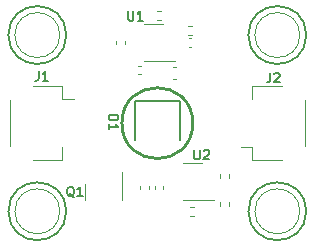
<source format=gto>
%TF.GenerationSoftware,KiCad,Pcbnew,7.0.8-7.0.8~ubuntu22.04.1*%
%TF.CreationDate,2024-01-31T21:11:03-08:00*%
%TF.ProjectId,275nm_ELUC3535NUB_24mA,3237356e-6d5f-4454-9c55-43333533354e,rev?*%
%TF.SameCoordinates,Original*%
%TF.FileFunction,Legend,Top*%
%TF.FilePolarity,Positive*%
%FSLAX46Y46*%
G04 Gerber Fmt 4.6, Leading zero omitted, Abs format (unit mm)*
G04 Created by KiCad (PCBNEW 7.0.8-7.0.8~ubuntu22.04.1) date 2024-01-31 21:11:03*
%MOMM*%
%LPD*%
G01*
G04 APERTURE LIST*
%ADD10C,0.250000*%
%ADD11C,0.150000*%
%ADD12C,0.200000*%
%ADD13C,0.050000*%
%ADD14C,0.120000*%
%ADD15C,0.100000*%
G04 APERTURE END LIST*
D10*
X65700000Y-60000000D02*
G75*
G03*
X65700000Y-60000000I-3000000J0D01*
G01*
D11*
X58587704Y-59309524D02*
X59387704Y-59309524D01*
X59387704Y-59309524D02*
X59387704Y-59500000D01*
X59387704Y-59500000D02*
X59349609Y-59614286D01*
X59349609Y-59614286D02*
X59273419Y-59690476D01*
X59273419Y-59690476D02*
X59197228Y-59728571D01*
X59197228Y-59728571D02*
X59044847Y-59766667D01*
X59044847Y-59766667D02*
X58930561Y-59766667D01*
X58930561Y-59766667D02*
X58778180Y-59728571D01*
X58778180Y-59728571D02*
X58701990Y-59690476D01*
X58701990Y-59690476D02*
X58625800Y-59614286D01*
X58625800Y-59614286D02*
X58587704Y-59500000D01*
X58587704Y-59500000D02*
X58587704Y-59309524D01*
X58587704Y-60528571D02*
X58587704Y-60071428D01*
X58587704Y-60300000D02*
X59387704Y-60300000D01*
X59387704Y-60300000D02*
X59273419Y-60223809D01*
X59273419Y-60223809D02*
X59197228Y-60147619D01*
X59197228Y-60147619D02*
X59159133Y-60071428D01*
X52643133Y-55620095D02*
X52643133Y-56191523D01*
X52643133Y-56191523D02*
X52605038Y-56305809D01*
X52605038Y-56305809D02*
X52528847Y-56382000D01*
X52528847Y-56382000D02*
X52414562Y-56420095D01*
X52414562Y-56420095D02*
X52338371Y-56420095D01*
X53443133Y-56420095D02*
X52985990Y-56420095D01*
X53214562Y-56420095D02*
X53214562Y-55620095D01*
X53214562Y-55620095D02*
X53138371Y-55734380D01*
X53138371Y-55734380D02*
X53062181Y-55810571D01*
X53062181Y-55810571D02*
X52985990Y-55848666D01*
X72274133Y-55747095D02*
X72274133Y-56318523D01*
X72274133Y-56318523D02*
X72236038Y-56432809D01*
X72236038Y-56432809D02*
X72159847Y-56509000D01*
X72159847Y-56509000D02*
X72045562Y-56547095D01*
X72045562Y-56547095D02*
X71969371Y-56547095D01*
X72616990Y-55823285D02*
X72655086Y-55785190D01*
X72655086Y-55785190D02*
X72731276Y-55747095D01*
X72731276Y-55747095D02*
X72921752Y-55747095D01*
X72921752Y-55747095D02*
X72997943Y-55785190D01*
X72997943Y-55785190D02*
X73036038Y-55823285D01*
X73036038Y-55823285D02*
X73074133Y-55899476D01*
X73074133Y-55899476D02*
X73074133Y-55975666D01*
X73074133Y-55975666D02*
X73036038Y-56089952D01*
X73036038Y-56089952D02*
X72578895Y-56547095D01*
X72578895Y-56547095D02*
X73074133Y-56547095D01*
X65836876Y-62274895D02*
X65836876Y-62922514D01*
X65836876Y-62922514D02*
X65874971Y-62998704D01*
X65874971Y-62998704D02*
X65913066Y-63036800D01*
X65913066Y-63036800D02*
X65989257Y-63074895D01*
X65989257Y-63074895D02*
X66141638Y-63074895D01*
X66141638Y-63074895D02*
X66217828Y-63036800D01*
X66217828Y-63036800D02*
X66255923Y-62998704D01*
X66255923Y-62998704D02*
X66294019Y-62922514D01*
X66294019Y-62922514D02*
X66294019Y-62274895D01*
X66636875Y-62351085D02*
X66674971Y-62312990D01*
X66674971Y-62312990D02*
X66751161Y-62274895D01*
X66751161Y-62274895D02*
X66941637Y-62274895D01*
X66941637Y-62274895D02*
X67017828Y-62312990D01*
X67017828Y-62312990D02*
X67055923Y-62351085D01*
X67055923Y-62351085D02*
X67094018Y-62427276D01*
X67094018Y-62427276D02*
X67094018Y-62503466D01*
X67094018Y-62503466D02*
X67055923Y-62617752D01*
X67055923Y-62617752D02*
X66598780Y-63074895D01*
X66598780Y-63074895D02*
X67094018Y-63074895D01*
X55654609Y-66260485D02*
X55578419Y-66222390D01*
X55578419Y-66222390D02*
X55502228Y-66146200D01*
X55502228Y-66146200D02*
X55387942Y-66031914D01*
X55387942Y-66031914D02*
X55311752Y-65993819D01*
X55311752Y-65993819D02*
X55235561Y-65993819D01*
X55273657Y-66184295D02*
X55197466Y-66146200D01*
X55197466Y-66146200D02*
X55121276Y-66070009D01*
X55121276Y-66070009D02*
X55083180Y-65917628D01*
X55083180Y-65917628D02*
X55083180Y-65650961D01*
X55083180Y-65650961D02*
X55121276Y-65498580D01*
X55121276Y-65498580D02*
X55197466Y-65422390D01*
X55197466Y-65422390D02*
X55273657Y-65384295D01*
X55273657Y-65384295D02*
X55426038Y-65384295D01*
X55426038Y-65384295D02*
X55502228Y-65422390D01*
X55502228Y-65422390D02*
X55578419Y-65498580D01*
X55578419Y-65498580D02*
X55616514Y-65650961D01*
X55616514Y-65650961D02*
X55616514Y-65917628D01*
X55616514Y-65917628D02*
X55578419Y-66070009D01*
X55578419Y-66070009D02*
X55502228Y-66146200D01*
X55502228Y-66146200D02*
X55426038Y-66184295D01*
X55426038Y-66184295D02*
X55273657Y-66184295D01*
X56378418Y-66184295D02*
X55921275Y-66184295D01*
X56149847Y-66184295D02*
X56149847Y-65384295D01*
X56149847Y-65384295D02*
X56073656Y-65498580D01*
X56073656Y-65498580D02*
X55997466Y-65574771D01*
X55997466Y-65574771D02*
X55921275Y-65612866D01*
X60223476Y-50514695D02*
X60223476Y-51162314D01*
X60223476Y-51162314D02*
X60261571Y-51238504D01*
X60261571Y-51238504D02*
X60299666Y-51276600D01*
X60299666Y-51276600D02*
X60375857Y-51314695D01*
X60375857Y-51314695D02*
X60528238Y-51314695D01*
X60528238Y-51314695D02*
X60604428Y-51276600D01*
X60604428Y-51276600D02*
X60642523Y-51238504D01*
X60642523Y-51238504D02*
X60680619Y-51162314D01*
X60680619Y-51162314D02*
X60680619Y-50514695D01*
X61480618Y-51314695D02*
X61023475Y-51314695D01*
X61252047Y-51314695D02*
X61252047Y-50514695D01*
X61252047Y-50514695D02*
X61175856Y-50628980D01*
X61175856Y-50628980D02*
X61099666Y-50705171D01*
X61099666Y-50705171D02*
X61023475Y-50743266D01*
D12*
%TO.C,D1*%
X64600000Y-58100000D02*
X60800000Y-58100000D01*
X64600000Y-58100000D02*
X64600000Y-61425000D01*
X60800000Y-58100000D02*
X60800000Y-61425000D01*
D13*
%TO.C,M1*%
X54440000Y-52540000D02*
G75*
G03*
X54440000Y-52540000I-1900000J0D01*
G01*
D11*
X54990000Y-52540000D02*
G75*
G03*
X54990000Y-52540000I-2450000J0D01*
G01*
D13*
%TO.C,M2*%
X74760000Y-52540000D02*
G75*
G03*
X74760000Y-52540000I-1900000J0D01*
G01*
D11*
X75310000Y-52540000D02*
G75*
G03*
X75310000Y-52540000I-2450000J0D01*
G01*
D13*
%TO.C,M3*%
X74760000Y-67460000D02*
G75*
G03*
X74760000Y-67460000I-1900000J0D01*
G01*
D11*
X75310000Y-67460000D02*
G75*
G03*
X75310000Y-67460000I-2450000J0D01*
G01*
D13*
%TO.C,M4*%
X54440000Y-67460000D02*
G75*
G03*
X54440000Y-67460000I-1900000J0D01*
G01*
D11*
X54990000Y-67460000D02*
G75*
G03*
X54990000Y-67460000I-2450000J0D01*
G01*
D14*
%TO.C,J1*%
X54665000Y-56890000D02*
X54665000Y-57940000D01*
X52165000Y-56890000D02*
X54665000Y-56890000D01*
X54665000Y-57940000D02*
X55655000Y-57940000D01*
X50195000Y-58060000D02*
X50195000Y-61940000D01*
X54665000Y-63110000D02*
X54665000Y-62060000D01*
X52165000Y-63110000D02*
X54665000Y-63110000D01*
%TO.C,J2*%
X70735000Y-63110000D02*
X70735000Y-62060000D01*
X73235000Y-63110000D02*
X70735000Y-63110000D01*
X70735000Y-62060000D02*
X69745000Y-62060000D01*
X75205000Y-61940000D02*
X75205000Y-58060000D01*
X70735000Y-56890000D02*
X70735000Y-57940000D01*
X73235000Y-56890000D02*
X70735000Y-56890000D01*
%TO.C,R1*%
X68807600Y-64338959D02*
X68807600Y-64646241D01*
X68047600Y-64338959D02*
X68047600Y-64646241D01*
%TO.C,R6*%
X62993241Y-51256200D02*
X62685959Y-51256200D01*
X62993241Y-50496200D02*
X62685959Y-50496200D01*
%TO.C,R4*%
X59183000Y-53317841D02*
X59183000Y-53010559D01*
X59943000Y-53317841D02*
X59943000Y-53010559D01*
%TO.C,U2*%
X65657700Y-66491000D02*
X67457700Y-66491000D01*
X65657700Y-66491000D02*
X64857700Y-66491000D01*
X65657700Y-63371000D02*
X66457700Y-63371000D01*
X65657700Y-63371000D02*
X64857700Y-63371000D01*
%TO.C,C3*%
X62485200Y-65563836D02*
X62485200Y-65348164D01*
X63205200Y-65563836D02*
X63205200Y-65348164D01*
%TO.C,R3*%
X68047600Y-67004441D02*
X68047600Y-66697159D01*
X68807600Y-67004441D02*
X68807600Y-66697159D01*
%TO.C,L1*%
X63997621Y-55243000D02*
X64323179Y-55243000D01*
X63997621Y-56263000D02*
X64323179Y-56263000D01*
%TO.C,R2*%
X65506559Y-67101000D02*
X65813841Y-67101000D01*
X65506559Y-67861000D02*
X65813841Y-67861000D01*
%TO.C,C1*%
X61299036Y-55859000D02*
X61083364Y-55859000D01*
X61299036Y-55139000D02*
X61083364Y-55139000D01*
%TO.C,C4*%
X61260200Y-65568836D02*
X61260200Y-65353164D01*
X61980200Y-65568836D02*
X61980200Y-65353164D01*
%TO.C,C2*%
X65375964Y-52827600D02*
X65591636Y-52827600D01*
X65375964Y-53547600D02*
X65591636Y-53547600D01*
%TO.C,Q1*%
X59715800Y-65834500D02*
X59715800Y-64159500D01*
X59715800Y-65834500D02*
X59715800Y-66484500D01*
X56595800Y-65834500D02*
X56595800Y-65184500D01*
X56595800Y-65834500D02*
X56595800Y-66484500D01*
D15*
%TO.C,D2*%
X66594200Y-54305200D02*
G75*
G03*
X66594200Y-54305200I-50000J0D01*
G01*
D14*
%TO.C,R5*%
X65607441Y-52500800D02*
X65300159Y-52500800D01*
X65607441Y-51740800D02*
X65300159Y-51740800D01*
%TO.C,U1*%
X62356500Y-54757800D02*
X64156500Y-54757800D01*
X62356500Y-54757800D02*
X61556500Y-54757800D01*
X62356500Y-51637800D02*
X63156500Y-51637800D01*
X62356500Y-51637800D02*
X61556500Y-51637800D01*
%TD*%
M02*

</source>
